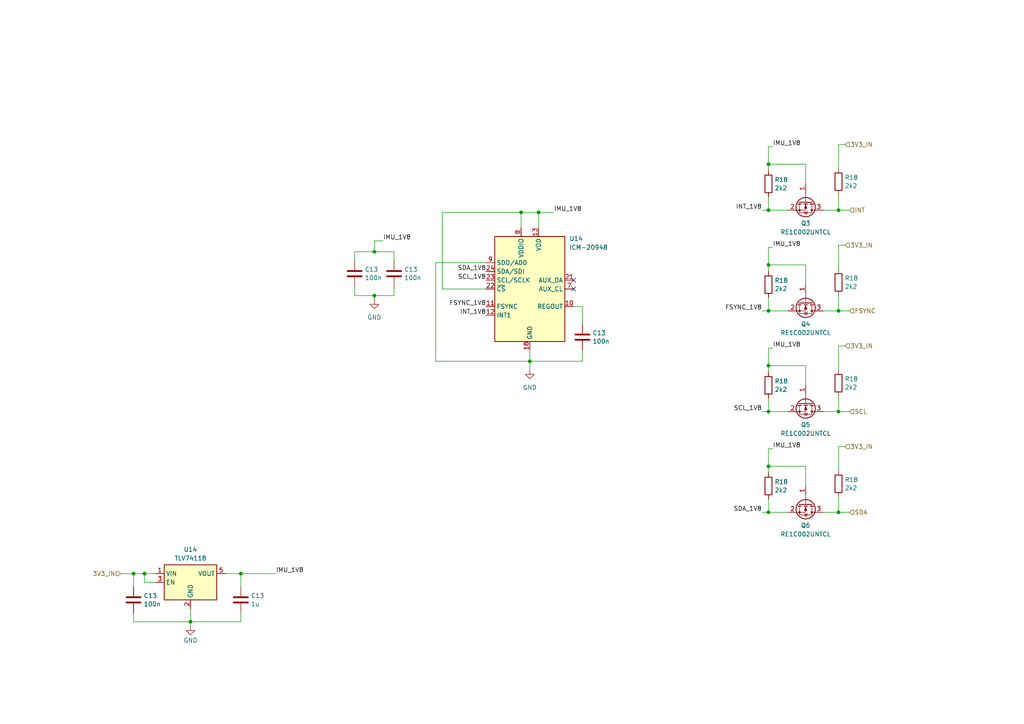
<source format=kicad_sch>
(kicad_sch (version 20230121) (generator eeschema)
  (paper "A4")
  (title_block (title "IMU Sensor") (date "2023-11-15"))
  (lib_symbols
    (symbol "Device:C" (pin_numbers hide) (pin_names (offset 0.254))
      (property "Reference" "C" (at 0.635 2.54 0))
      (property "Value" "C" (at 0.635 -2.54 0))
      (symbol "C_0_1"
        (polyline (pts (xy -2.032 -0.762) (xy 2.032 -0.762)) (stroke (width 0.508)))
        (polyline (pts (xy -2.032 0.762) (xy 2.032 0.762)) (stroke (width 0.508)))
      )
      (symbol "C_1_1"
        (pin passive line (at 0 3.81 270) (length 2.794) (name "~") (number "1"))
        (pin passive line (at 0 -3.81 90) (length 2.794) (name "~") (number "2"))
      )
    )
    (symbol "Device:Q_NMOS_GSD" (pin_names (offset 0) hide)
      (property "Reference" "Q" (at 5.08 1.27 0))
      (property "Value" "Q_NMOS_GSD" (at 5.08 -1.27 0))
      (symbol "Q_NMOS_GSD_0_1"
        (polyline (pts (xy 0.254 0) (xy -2.54 0)))
        (polyline (pts (xy 0.254 1.905) (xy 0.254 -1.905)) (stroke (width 0.254)))
        (polyline (pts (xy 0.762 -1.27) (xy 0.762 -2.286)) (stroke (width 0.254)))
        (polyline (pts (xy 0.762 0.508) (xy 0.762 -0.508)) (stroke (width 0.254)))
        (polyline (pts (xy 0.762 2.286) (xy 0.762 1.27)) (stroke (width 0.254)))
        (polyline (pts (xy 2.54 2.54) (xy 2.54 1.778)))
        (polyline (pts (xy 2.54 -2.54) (xy 2.54 0) (xy 0.762 0)))
        (polyline (pts (xy 0.762 -1.778) (xy 3.302 -1.778) (xy 3.302 1.778) (xy 0.762 1.778)))
        (polyline (pts (xy 1.016 0) (xy 2.032 0.381) (xy 2.032 -0.381) (xy 1.016 0)) (fill (type outline)))
        (polyline (pts (xy 2.794 0.508) (xy 2.921 0.381) (xy 3.683 0.381) (xy 3.81 0.254)))
        (polyline (pts (xy 3.302 0.381) (xy 2.921 -0.254) (xy 3.683 -0.254) (xy 3.302 0.381)))
        (circle (center 1.651 0) (radius 2.794) (stroke (width 0.254)))
        (circle (center 2.54 -1.778) (radius 0.254) (fill (type outline)))
        (circle (center 2.54 1.778) (radius 0.254) (fill (type outline)))
      )
      (symbol "Q_NMOS_GSD_1_1"
        (pin input line (at -5.08 0 0) (length 2.54) (name "G") (number "1"))
        (pin passive line (at 2.54 -5.08 90) (length 2.54) (name "S") (number "2"))
        (pin passive line (at 2.54 5.08 270) (length 2.54) (name "D") (number "3"))
      )
    )
    (symbol "Device:R" (pin_numbers hide) (pin_names (offset 0))
      (property "Reference" "R" (at 2.032 0 90))
      (property "Value" "R" (at 0 0 90))
      (symbol "R_0_1"
        (rectangle (start -1.016 -2.54) (end 1.016 2.54) (stroke (width 0.254)))
      )
      (symbol "R_1_1"
        (pin passive line (at 0 3.81 270) (length 1.27) (name "~") (number "1"))
        (pin passive line (at 0 -3.81 90) (length 1.27) (name "~") (number "2"))
      )
    )
    (symbol "Sensor_Motion:ICM-20948"
      (property "Reference" "U" (at -11.43 16.51 0))
      (property "Value" "ICM-20948" (at 7.62 -16.51 0))
      (symbol "ICM-20948_0_1"
        (rectangle (start -10.16 15.24) (end 10.16 -15.24) (stroke (width 0.254)) (fill (type background)))
      )
      (symbol "ICM-20948_1_1"
        (pin no_connect line (at -10.16 12.7 0) (length 2.54) hide (name "NC") (number "1"))
        (pin passive line (at 12.7 -5.08 180) (length 2.54) (name "REGOUT") (number "10"))
        (pin input line (at -12.7 -5.08 0) (length 2.54) (name "FSYNC") (number "11"))
        (pin output line (at -12.7 -7.62 0) (length 2.54) (name "INT1") (number "12"))
        (pin power_in line (at 2.54 17.78 270) (length 2.54) (name "VDD") (number "13"))
        (pin no_connect line (at 10.16 7.62 180) (length 2.54) hide (name "NC") (number "14"))
        (pin no_connect line (at 10.16 5.08 180) (length 2.54) hide (name "NC") (number "15"))
        (pin no_connect line (at 10.16 -7.62 180) (length 2.54) hide (name "NC") (number "16"))
        (pin no_connect line (at 10.16 -10.16 180) (length 2.54) hide (name "NC") (number "17"))
        (pin power_in line (at 0 -17.78 90) (length 2.54) (name "GND") (number "18"))
        (pin no_connect line (at 10.16 -12.7 180) (length 2.54) hide (name "RESV") (number "19"))
        (pin no_connect line (at -10.16 10.16 0) (length 2.54) hide (name "NC") (number "2"))
        (pin passive line (at 0 -17.78 90) (length 2.54) hide (name "GND") (number "20"))
        (pin bidirectional line (at 12.7 2.54 180) (length 2.54) (name "AUX_DA") (number "21"))
        (pin input line (at -12.7 0 0) (length 2.54) (name "~{CS}") (number "22"))
        (pin input line (at -12.7 2.54 0) (length 2.54) (name "SCL/SCLK") (number "23"))
        (pin bidirectional line (at -12.7 5.08 0) (length 2.54) (name "SDA/SDI") (number "24"))
        (pin no_connect line (at -10.16 -2.54 0) (length 2.54) hide (name "NC") (number "3"))
        (pin no_connect line (at -10.16 -10.16 0) (length 2.54) hide (name "NC") (number "4"))
        (pin no_connect line (at -10.16 -12.7 0) (length 2.54) hide (name "NC") (number "5"))
        (pin no_connect line (at 10.16 10.16 180) (length 2.54) hide (name "NC") (number "6"))
        (pin output line (at 12.7 0 180) (length 2.54) (name "AUX_CL") (number "7"))
        (pin power_in line (at -2.54 17.78 270) (length 2.54) (name "VDDIO") (number "8"))
        (pin bidirectional line (at -12.7 7.62 0) (length 2.54) (name "SDO/AD0") (number "9"))
      )
    )
    (symbol "power:GND" (power) (pin_names (offset 0))
      (property "Value" "GND" (at 0 -3.81 0))
      (symbol "GND_0_1"
        (polyline (pts (xy 0 0) (xy 0 -1.27) (xy 1.27 -1.27) (xy 0 -2.54) (xy -1.27 -1.27) (xy 0 -1.27)))
      )
      (symbol "GND_1_1"
        (pin power_in line (at 0 0 270) (length 0) hide (name "GND") (number "1"))
      )
    )
    (symbol "props_board:TLV74118"
      (property "Reference" "U" (at 0 6.35 0))
      (property "Value" "TLV74118" (at -19.05 0 0))
      (symbol "TLV74118_0_0"
        (pin power_in line (at -10.16 1.27 0) (length 2.54) (name "VIN") (number "1"))
        (pin power_in line (at 0 -8.89 90) (length 2.54) (name "GND") (number "2"))
        (pin input line (at -10.16 -1.27 0) (length 2.54) (name "EN") (number "3"))
        (pin power_out line (at 10.16 1.27 180) (length 2.54) (name "VOUT") (number "5"))
      )
      (symbol "TLV74118_1_0"
        (pin no_connect line (at -10.16 -3.81 0) (length 2.54) hide (name "NC") (number "4"))
      )
      (symbol "TLV74118_1_1"
        (rectangle (start -7.62 3.81) (end 7.62 -6.35) (stroke (width 0.254)) (fill (type background)))
      )
    )
  )
  (junction (at 55.245 180.34))
  (junction (at 41.91 166.37))
  (junction (at 108.585 73.025))
  (junction (at 156.21 61.595))
  (junction (at 222.885 135.255))
  (junction (at 243.205 148.59))
  (junction (at 243.205 60.96))
  (junction (at 222.885 148.59))
  (junction (at 222.885 106.045))
  (junction (at 38.735 166.37))
  (junction (at 108.585 85.725))
  (junction (at 222.885 60.96))
  (junction (at 222.885 90.17))
  (junction (at 243.205 90.17))
  (junction (at 243.205 119.38))
  (junction (at 222.885 76.835))
  (junction (at 222.885 47.625))
  (junction (at 153.67 104.775))
  (junction (at 222.885 119.38))
  (junction (at 69.85 166.37))
  (junction (at 151.13 61.595))
  (no_connect (at 166.37 81.28))
  (no_connect (at 166.37 83.82))
  (wire (pts (xy 243.205 119.38) (xy 243.205 114.935)))
  (wire (pts (xy 38.735 166.37) (xy 41.91 166.37)))
  (wire (pts (xy 243.205 90.17) (xy 243.205 85.725)))
  (wire (pts (xy 156.21 61.595) (xy 151.13 61.595)))
  (wire (pts (xy 245.11 129.54) (xy 243.205 129.54)))
  (wire (pts (xy 233.68 53.34) (xy 233.68 47.625)))
  (wire (pts (xy 238.76 148.59) (xy 243.205 148.59)))
  (wire (pts (xy 140.97 76.2) (xy 126.365 76.2)))
  (wire (pts (xy 233.68 82.55) (xy 233.68 76.835)))
  (wire (pts (xy 38.735 177.8) (xy 38.735 180.34)))
  (wire (pts (xy 222.885 148.59) (xy 228.6 148.59)))
  (wire (pts (xy 222.885 47.625) (xy 222.885 49.53)))
  (wire (pts (xy 153.67 104.775) (xy 153.67 107.315)))
  (wire (pts (xy 243.205 100.33) (xy 243.205 107.315)))
  (wire (pts (xy 222.885 135.255) (xy 222.885 137.16)))
  (wire (pts (xy 243.205 148.59) (xy 243.205 144.145)))
  (wire (pts (xy 222.885 100.965) (xy 222.885 106.045)))
  (wire (pts (xy 168.91 104.775) (xy 153.67 104.775)))
  (wire (pts (xy 245.11 41.91) (xy 243.205 41.91)))
  (wire (pts (xy 126.365 104.775) (xy 153.67 104.775)))
  (wire (pts (xy 222.885 60.96) (xy 228.6 60.96)))
  (wire (pts (xy 69.85 180.34) (xy 55.245 180.34)))
  (wire (pts (xy 245.11 100.33) (xy 243.205 100.33)))
  (wire (pts (xy 222.885 144.78) (xy 222.885 148.59)))
  (wire (pts (xy 69.85 166.37) (xy 69.85 170.18)))
  (wire (pts (xy 108.585 85.725) (xy 102.87 85.725)))
  (wire (pts (xy 220.98 148.59) (xy 222.885 148.59)))
  (wire (pts (xy 243.205 41.91) (xy 243.205 48.895)))
  (wire (pts (xy 128.27 61.595) (xy 151.13 61.595)))
  (wire (pts (xy 238.76 119.38) (xy 243.205 119.38)))
  (wire (pts (xy 243.205 60.96) (xy 243.205 56.515)))
  (wire (pts (xy 140.97 83.82) (xy 128.27 83.82)))
  (wire (pts (xy 38.735 166.37) (xy 38.735 170.18)))
  (wire (pts (xy 238.76 60.96) (xy 243.205 60.96)))
  (wire (pts (xy 166.37 88.9) (xy 168.91 88.9)))
  (wire (pts (xy 168.91 88.9) (xy 168.91 93.98)))
  (wire (pts (xy 224.155 130.175) (xy 222.885 130.175)))
  (wire (pts (xy 156.21 61.595) (xy 156.21 66.04)))
  (wire (pts (xy 65.405 166.37) (xy 69.85 166.37)))
  (wire (pts (xy 45.085 168.91) (xy 41.91 168.91)))
  (wire (pts (xy 233.68 76.835) (xy 222.885 76.835)))
  (wire (pts (xy 233.68 140.97) (xy 233.68 135.255)))
  (wire (pts (xy 114.3 73.025) (xy 108.585 73.025)))
  (wire (pts (xy 151.13 61.595) (xy 151.13 66.04)))
  (wire (pts (xy 243.205 71.12) (xy 243.205 78.105)))
  (wire (pts (xy 222.885 76.835) (xy 222.885 78.74)))
  (wire (pts (xy 153.67 101.6) (xy 153.67 104.775)))
  (wire (pts (xy 34.925 166.37) (xy 38.735 166.37)))
  (wire (pts (xy 222.885 57.15) (xy 222.885 60.96)))
  (wire (pts (xy 55.245 180.34) (xy 55.245 181.61)))
  (wire (pts (xy 222.885 42.545) (xy 222.885 47.625)))
  (wire (pts (xy 238.76 90.17) (xy 243.205 90.17)))
  (wire (pts (xy 222.885 130.175) (xy 222.885 135.255)))
  (wire (pts (xy 243.205 129.54) (xy 243.205 136.525)))
  (wire (pts (xy 128.27 83.82) (xy 128.27 61.595)))
  (wire (pts (xy 102.87 83.185) (xy 102.87 85.725)))
  (wire (pts (xy 222.885 71.755) (xy 222.885 76.835)))
  (wire (pts (xy 38.735 180.34) (xy 55.245 180.34)))
  (wire (pts (xy 233.68 135.255) (xy 222.885 135.255)))
  (wire (pts (xy 108.585 85.725) (xy 108.585 86.995)))
  (wire (pts (xy 222.885 86.36) (xy 222.885 90.17)))
  (wire (pts (xy 243.205 90.17) (xy 246.38 90.17)))
  (wire (pts (xy 69.85 166.37) (xy 80.01 166.37)))
  (wire (pts (xy 108.585 73.025) (xy 102.87 73.025)))
  (wire (pts (xy 243.205 119.38) (xy 246.38 119.38)))
  (wire (pts (xy 243.205 148.59) (xy 246.38 148.59)))
  (wire (pts (xy 55.245 176.53) (xy 55.245 180.34)))
  (wire (pts (xy 224.155 100.965) (xy 222.885 100.965)))
  (wire (pts (xy 222.885 106.045) (xy 222.885 107.95)))
  (wire (pts (xy 233.68 47.625) (xy 222.885 47.625)))
  (wire (pts (xy 243.205 60.96) (xy 246.38 60.96)))
  (wire (pts (xy 102.87 75.565) (xy 102.87 73.025)))
  (wire (pts (xy 114.3 85.725) (xy 108.585 85.725)))
  (wire (pts (xy 69.85 177.8) (xy 69.85 180.34)))
  (wire (pts (xy 108.585 69.85) (xy 108.585 73.025)))
  (wire (pts (xy 245.11 71.12) (xy 243.205 71.12)))
  (wire (pts (xy 168.91 101.6) (xy 168.91 104.775)))
  (wire (pts (xy 233.68 106.045) (xy 222.885 106.045)))
  (wire (pts (xy 224.155 42.545) (xy 222.885 42.545)))
  (wire (pts (xy 222.885 119.38) (xy 228.6 119.38)))
  (wire (pts (xy 220.98 60.96) (xy 222.885 60.96)))
  (wire (pts (xy 41.91 166.37) (xy 45.085 166.37)))
  (wire (pts (xy 108.585 69.85) (xy 111.125 69.85)))
  (wire (pts (xy 220.98 119.38) (xy 222.885 119.38)))
  (wire (pts (xy 220.98 90.17) (xy 222.885 90.17)))
  (wire (pts (xy 126.365 76.2) (xy 126.365 104.775)))
  (wire (pts (xy 233.68 111.76) (xy 233.68 106.045)))
  (wire (pts (xy 160.655 61.595) (xy 156.21 61.595)))
  (wire (pts (xy 114.3 83.185) (xy 114.3 85.725)))
  (wire (pts (xy 222.885 90.17) (xy 228.6 90.17)))
  (wire (pts (xy 224.155 71.755) (xy 222.885 71.755)))
  (wire (pts (xy 41.91 168.91) (xy 41.91 166.37)))
  (wire (pts (xy 222.885 115.57) (xy 222.885 119.38)))
  (wire (pts (xy 114.3 75.565) (xy 114.3 73.025)))
  (label "IMU_1V8" (at 224.155 71.755 0))
  (label "INT_1V8" (at 140.97 91.44 180))
  (label "SDA_1V8" (at 140.97 78.74 180))
  (label "IMU_1V8" (at 224.155 130.175 0))
  (label "IMU_1V8" (at 80.01 166.37 0))
  (label "INT_1V8" (at 220.98 60.96 180))
  (label "IMU_1V8" (at 111.125 69.85 0))
  (label "IMU_1V8" (at 224.155 42.545 0))
  (label "SCL_1V8" (at 220.98 119.38 180))
  (label "IMU_1V8" (at 160.655 61.595 0))
  (label "FSYNC_1V8" (at 140.97 88.9 180))
  (label "SCL_1V8" (at 140.97 81.28 180))
  (label "FSYNC_1V8" (at 220.98 90.17 180))
  (label "IMU_1V8" (at 224.155 100.965 0))
  (label "SDA_1V8" (at 220.98 148.59 180))
  (hierarchical_label "FSYNC" (shape input) (at 246.38 90.17 0))
  (hierarchical_label "3V3_IN" (shape input) (at 245.11 129.54 0))
  (hierarchical_label "3V3_IN" (shape input) (at 245.11 100.33 0))
  (hierarchical_label "SDA" (shape input) (at 246.38 148.59 0))
  (hierarchical_label "3V3_IN" (shape input) (at 245.11 71.12 0))
  (hierarchical_label "3V3_IN" (shape input) (at 34.925 166.37 180))
  (hierarchical_label "SCL" (shape input) (at 246.38 119.38 0))
  (hierarchical_label "3V3_IN" (shape input) (at 245.11 41.91 0))
  (hierarchical_label "INT" (shape input) (at 246.38 60.96 0))
  (symbol (lib_id "Sensor_Motion:ICM-20948") (at 153.67 83.82 0) (unit 1)
    (property "Reference" "U14" (at 165.1 69.215 0) (effects (justify left)))
    (property "Value" "ICM-20948" (at 165.1 71.755 0) (effects (justify left)))
    (property "Footprint" "Sensor_Motion:InvenSense_QFN-24_3x3mm_P0.4mm" (effects hide))
    (property "Datasheet" "http://www.invensense.com/wp-content/uploads/2016/06/DS-000189-ICM-20948-v1.3.pdf" (effects hide))
    (property "Digikey Part No." "taobao" (effects hide))
    (instances (project "props_board_v3" (path "" (reference "U14") (unit 1)) (path "" (reference "U13") (unit 1))))
  )
  (symbol (lib_id "Device:R") (at 243.205 81.915 0) (unit 1)
    (property "Reference" "R18" (at 244.983 80.7029 0) (effects (justify left)))
    (property "Value" "2k2" (at 244.983 83.1271 0) (effects (justify left)))
    (property "Footprint" "Resistor_SMD:R_0603_1608Metric" (effects hide))
    (property "Digikey Part No." "RMCF0603JT2K20CT-ND" (effects hide))
    (instances (project "props_board_v3" (path "" (reference "R18") (unit 1)) (path "" (reference "R44") (unit 1))))
  )
  (symbol (lib_id "Device:C") (at 114.3 79.375 0) (unit 1)
    (property "Reference" "C13" (at 117.221 78.1629 0) (effects (justify left)))
    (property "Value" "100n" (at 117.221 80.5871 0) (effects (justify left)))
    (property "Footprint" "Capacitor_SMD:C_0603_1608Metric" (effects hide))
    (property "Digikey Part No." "1276-1000-1-ND" (effects hide))
    (instances (project "props_board_v3" (path "" (reference "C13") (unit 1)) (path "" (reference "C44") (unit 1)) (path "" (reference "C62") (unit 1)) (path "" (reference "C71") (unit 1)) (path "" (reference "C69") (unit 1))))
  )
  (symbol (lib_id "Device:R") (at 243.205 140.335 0) (unit 1)
    (property "Reference" "R18" (at 244.983 139.1229 0) (effects (justify left)))
    (property "Value" "2k2" (at 244.983 141.5471 0) (effects (justify left)))
    (property "Footprint" "Resistor_SMD:R_0603_1608Metric" (effects hide))
    (property "Digikey Part No." "RMCF0603JT2K20CT-ND" (effects hide))
    (instances (project "props_board_v3" (path "" (reference "R18") (unit 1)) (path "" (reference "R48") (unit 1))))
  )
  (symbol (lib_id "power:GND") (at 153.67 107.315 0) (unit 1)
    (property "Reference" "#PWR048" (effects hide))
    (property "Value" "GND" (at 153.67 112.395 0))
    (instances (project "props_board_v3" (path "" (reference "#PWR048") (unit 1)) (path "" (reference "#PWR052") (unit 1))))
  )
  (symbol (lib_id "Device:R") (at 222.885 140.97 0) (unit 1)
    (property "Reference" "R18" (at 224.663 139.7579 0) (effects (justify left)))
    (property "Value" "2k2" (at 224.663 142.1821 0) (effects (justify left)))
    (property "Footprint" "Resistor_SMD:R_0603_1608Metric" (effects hide))
    (property "Digikey Part No." "RMCF0603JT2K20CT-ND" (effects hide))
    (instances (project "props_board_v3" (path "" (reference "R18") (unit 1)) (path "" (reference "R49") (unit 1))))
  )
  (symbol (lib_id "Device:Q_NMOS_GSD") (at 233.68 146.05 270) (unit 1)
    (property "Reference" "Q6" (at 233.68 152.4 90))
    (property "Value" "RE1C002UNTCL" (at 233.68 154.94 90))
    (property "Footprint" "Package_TO_SOT_SMD:SOT-416" (effects hide))
    (property "Digikey Part No." "RE1C002UNTCLCT-ND" (effects hide))
  )
  (symbol (lib_id "props_board:TLV74118") (at 55.245 167.64 0) (unit 1)
    (property "Reference" "U14" (at 55.245 159.385 0))
    (property "Value" "TLV74118" (at 55.245 161.925 0))
    (property "Footprint" "Package_TO_SOT_SMD:SOT-23-5" (effects hide))
    (property "Digikey Part No." "296-48986-1-ND" (effects hide))
  )
  (symbol (lib_id "Device:R") (at 243.205 111.125 0) (unit 1)
    (property "Reference" "R18" (at 244.983 109.9129 0) (effects (justify left)))
    (property "Value" "2k2" (at 244.983 112.3371 0) (effects (justify left)))
    (property "Footprint" "Resistor_SMD:R_0603_1608Metric" (effects hide))
    (property "Digikey Part No." "RMCF0603JT2K20CT-ND" (effects hide))
    (instances (project "props_board_v3" (path "" (reference "R18") (unit 1)) (path "" (reference "R46") (unit 1))))
  )
  (symbol (lib_id "Device:R") (at 243.205 52.705 0) (unit 1)
    (property "Reference" "R18" (at 244.983 51.4929 0) (effects (justify left)))
    (property "Value" "2k2" (at 244.983 53.9171 0) (effects (justify left)))
    (property "Footprint" "Resistor_SMD:R_0603_1608Metric" (effects hide))
    (property "Digikey Part No." "RMCF0603JT2K20CT-ND" (effects hide))
    (instances (project "props_board_v3" (path "" (reference "R18") (unit 1)) (path "" (reference "R42") (unit 1))))
  )
  (symbol (lib_id "Device:R") (at 222.885 111.76 0) (unit 1)
    (property "Reference" "R18" (at 224.663 110.5479 0) (effects (justify left)))
    (property "Value" "2k2" (at 224.663 112.9721 0) (effects (justify left)))
    (property "Footprint" "Resistor_SMD:R_0603_1608Metric" (effects hide))
    (property "Digikey Part No." "RMCF0603JT2K20CT-ND" (effects hide))
    (instances (project "props_board_v3" (path "" (reference "R18") (unit 1)) (path "" (reference "R47") (unit 1))))
  )
  (symbol (lib_id "Device:R") (at 222.885 82.55 0) (unit 1)
    (property "Reference" "R18" (at 224.663 81.3379 0) (effects (justify left)))
    (property "Value" "2k2" (at 224.663 83.7621 0) (effects (justify left)))
    (property "Footprint" "Resistor_SMD:R_0603_1608Metric" (effects hide))
    (property "Digikey Part No." "RMCF0603JT2K20CT-ND" (effects hide))
    (instances (project "props_board_v3" (path "" (reference "R18") (unit 1)) (path "" (reference "R45") (unit 1))))
  )
  (symbol (lib_id "Device:Q_NMOS_GSD") (at 233.68 116.84 270) (unit 1)
    (property "Reference" "Q5" (at 233.68 123.19 90))
    (property "Value" "RE1C002UNTCL" (at 233.68 125.73 90))
    (property "Footprint" "Package_TO_SOT_SMD:SOT-416" (effects hide))
    (property "Digikey Part No." "RE1C002UNTCLCT-ND" (effects hide))
  )
  (symbol (lib_id "power:GND") (at 108.585 86.995 0) (unit 1)
    (property "Reference" "#PWR047" (effects hide))
    (property "Value" "GND" (at 108.585 92.075 0))
    (instances (project "props_board_v3" (path "" (reference "#PWR047") (unit 1)) (path "" (reference "#PWR051") (unit 1))))
  )
  (symbol (lib_id "Device:C") (at 168.91 97.79 0) (unit 1)
    (property "Reference" "C13" (at 171.831 96.5779 0) (effects (justify left)))
    (property "Value" "100n" (at 171.831 99.0021 0) (effects (justify left)))
    (property "Footprint" "Capacitor_SMD:C_0603_1608Metric" (effects hide))
    (property "Digikey Part No." "1276-1000-1-ND" (effects hide))
    (instances (project "props_board_v3" (path "" (reference "C13") (unit 1)) (path "" (reference "C44") (unit 1)) (path "" (reference "C62") (unit 1)) (path "" (reference "C67") (unit 1)) (path "" (reference "C70") (unit 1))))
  )
  (symbol (lib_id "Device:Q_NMOS_GSD") (at 233.68 87.63 270) (unit 1)
    (property "Reference" "Q4" (at 233.68 93.98 90))
    (property "Value" "RE1C002UNTCL" (at 233.68 96.52 90))
    (property "Footprint" "Package_TO_SOT_SMD:SOT-416" (effects hide))
    (property "Digikey Part No." "RE1C002UNTCLCT-ND" (effects hide))
  )
  (symbol (lib_id "Device:C") (at 69.85 173.99 0) (unit 1)
    (property "Reference" "C13" (at 72.771 172.7779 0) (effects (justify left)))
    (property "Value" "1u" (at 72.771 175.2021 0) (effects (justify left)))
    (property "Footprint" "Capacitor_SMD:C_0603_1608Metric" (effects hide))
    (property "Digikey Part No." "1276-1946-1-ND" (effects hide))
    (instances (project "props_board_v3" (path "" (reference "C13") (unit 1)) (path "" (reference "C44") (unit 1)) (path "" (reference "C55") (unit 1)) (path "" (reference "C72") (unit 1))))
  )
  (symbol (lib_id "Device:Q_NMOS_GSD") (at 233.68 58.42 270) (unit 1)
    (property "Reference" "Q3" (at 233.68 64.77 90))
    (property "Value" "RE1C002UNTCL" (at 233.68 67.31 90))
    (property "Footprint" "Package_TO_SOT_SMD:SOT-416" (effects hide))
    (property "Digikey Part No." "RE1C002UNTCLCT-ND" (effects hide))
  )
  (symbol (lib_id "Device:C") (at 38.735 173.99 0) (unit 1)
    (property "Reference" "C13" (at 41.656 172.7779 0) (effects (justify left)))
    (property "Value" "100n" (at 41.656 175.2021 0) (effects (justify left)))
    (property "Footprint" "Capacitor_SMD:C_0603_1608Metric" (effects hide))
    (property "Digikey Part No." "1276-1000-1-ND" (effects hide))
    (instances (project "props_board_v3" (path "" (reference "C13") (unit 1)) (path "" (reference "C48") (unit 1)) (path "" (reference "C54") (unit 1)) (path "" (reference "C71") (unit 1))))
  )
  (symbol (lib_id "Device:C") (at 102.87 79.375 0) (unit 1)
    (property "Reference" "C13" (at 105.791 78.1629 0) (effects (justify left)))
    (property "Value" "100n" (at 105.791 80.5871 0) (effects (justify left)))
    (property "Footprint" "Capacitor_SMD:C_0603_1608Metric" (effects hide))
    (property "Digikey Part No." "1276-1000-1-ND" (effects hide))
    (instances (project "props_board_v3" (path "" (reference "C13") (unit 1)) (path "" (reference "C44") (unit 1)) (path "" (reference "C62") (unit 1)) (path "" (reference "C70") (unit 1)) (path "" (reference "C68") (unit 1))))
  )
  (symbol (lib_id "power:GND") (at 55.245 181.61 0) (unit 1)
    (property "Reference" "#PWR025" (effects hide))
    (property "Value" "GND" (at 55.245 185.7431 0))
    (instances (project "props_board_v3" (path "" (reference "#PWR025") (unit 1)) (path "" (reference "#PWR040") (unit 1)) (path "" (reference "#PWR053") (unit 1))))
  )
  (symbol (lib_id "Device:R") (at 222.885 53.34 0) (unit 1)
    (property "Reference" "R18" (at 224.663 52.1279 0) (effects (justify left)))
    (property "Value" "2k2" (at 224.663 54.5521 0) (effects (justify left)))
    (property "Footprint" "Resistor_SMD:R_0603_1608Metric" (effects hide))
    (property "Digikey Part No." "RMCF0603JT2K20CT-ND" (effects hide))
    (instances (project "props_board_v3" (path "" (reference "R18") (unit 1)) (path "" (reference "R43") (unit 1))))
  )
)
</source>
